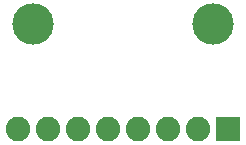
<source format=gbr>
G04 EAGLE Gerber RS-274X export*
G75*
%MOMM*%
%FSLAX34Y34*%
%LPD*%
%INSoldermask Bottom*%
%IPPOS*%
%AMOC8*
5,1,8,0,0,1.08239X$1,22.5*%
G01*
%ADD10R,2.082800X2.082800*%
%ADD11C,2.082800*%
%ADD12C,3.505200*%


D10*
X190500Y12700D03*
D11*
X165100Y12700D03*
X139700Y12700D03*
X114300Y12700D03*
X88900Y12700D03*
X63500Y12700D03*
X38100Y12700D03*
X12700Y12700D03*
D12*
X25400Y101600D03*
X177800Y101600D03*
M02*

</source>
